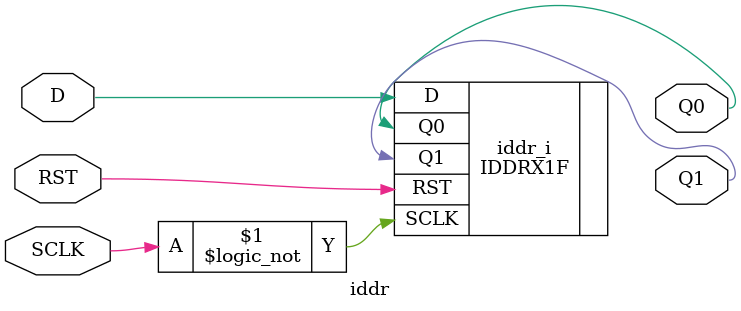
<source format=v>
module iddr(input D, SCLK, RST, output Q0, Q1);
IDDRX1F iddr_i(.D(D), .SCLK(!SCLK), .RST(RST), .Q0(Q0), .Q1(Q1));
endmodule


</source>
